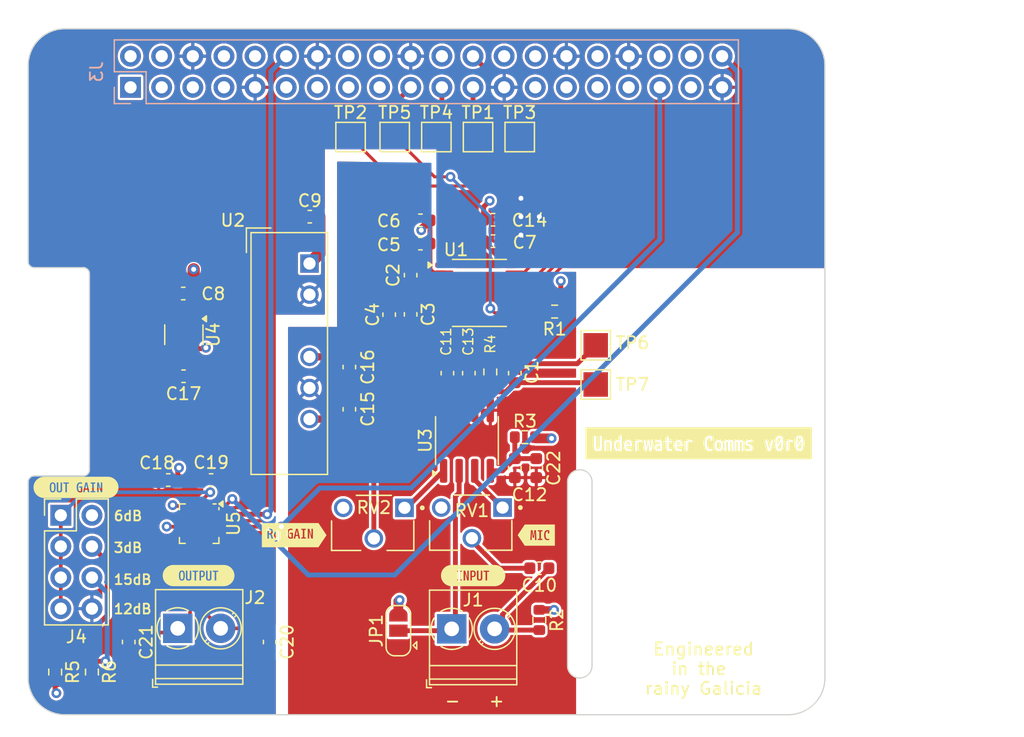
<source format=kicad_pcb>
(kicad_pcb (version 20240108) (generator "pcbnew") (generator_version "8.0")
  (layers (0 "F.Cu" signal) (1 "In1.Cu" signal) (2 "In2.Cu" signal) (31 "B.Cu" signal) (34 "B.Paste" user) (35 "F.Paste" user) (36 "B.SilkS" user "B.Silkscreen") (37 "F.SilkS" user "F.Silkscreen") (38 "B.Mask" user) (39 "F.Mask" user) (44 "Edge.Cuts" user))
  (net 0 "")
  (net 1 "Net-(C1-Pad1)")
  (net 2 "Net-(U1-AIN_P)")
  (net 3 "Net-(U1-REFIO)")
  (net 4 "GNDA")
  (net 5 "Net-(U1-REFCAP)")
  (net 6 "+5VA")
  (net 7 "VDD")
  (net 8 "VBUS")
  (net 9 "Net-(C10-Pad2)")
  (net 10 "Net-(J1-Pin_2)")
  (net 11 "Net-(U3-V+)")
  (net 12 "Net-(U3-V-)")
  (net 13 "-5VA")
  (net 14 "Net-(J2-Pin_2)")
  (net 15 "Net-(J2-Pin_1)")
  (net 16 "/GPIO6")
  (net 17 "/GPIO22")
  (net 18 "/GPIO12{slash}PWM0")
  (net 19 "/GPIO5")
  (net 20 "/GPIO17")
  (net 21 "I2S_LRCLK")
  (net 22 "/GPIO24")
  (net 23 "/GPIO26")
  (net 24 "GND")
  (net 25 "SPI_MOSI")
  (net 26 "+3V3")
  (net 27 "/GPIO4{slash}GPCLK0")
  (net 28 "/GPIO13{slash}PWM1")
  (net 29 "/GPIO7{slash}SPI0.CE1")
  (net 30 "SPI_CS")
  (net 31 "/GPIO25")
  (net 32 "/GPIO16")
  (net 33 "I2S_DOUT")
  (net 34 "/GPIO3{slash}SCL1")
  (net 35 "/GPIO14{slash}TXD0")
  (net 36 "I2S_BCLK")
  (net 37 "/GPIO23")
  (net 38 "SPI_MISO")
  (net 39 "/ID_SCL")
  (net 40 "/ID_SDA")
  (net 41 "SPI_CLK")
  (net 42 "/GPIO15{slash}RXD0")
  (net 43 "/GPIO2{slash}SDA1")
  (net 44 "/GPIO20{slash}PCM.DIN")
  (net 45 "/GPIO27")
  (net 46 "GAIN")
  (net 47 "Net-(J4-Pin_6)")
  (net 48 "Net-(U1-~{RST})")
  (net 49 "Net-(U3-+)")
  (net 51 "Net-(RV2-Pad2)")
  (net 53 "Net-(RV2-Pad1)")
  (net 59 "Net-(J4-Pin_4)")
  (net 60 "Net-(J1-Pin_1)")
  (net 61 "ADC_RVS")
  (footprint "Capacitor_SMD:C_0603_1608Metric" (layer "F.Cu") (at 233.75 97.025 -90)
    (property "Reference" "C22")
    (property "Value" "1uF")
  )
  (footprint "Resistor_SMD:R_0603_1608Metric" (layer "F.Cu") (at 235.25 84.25 180)
    (property "Reference" "R1")
    (property "Value" "100K")
  )
  (footprint "TestPoint:TestPoint_Pad_2.0x2.0mm" (layer "F.Cu") (at 222.2 70)
    (property "Reference" "TP5")
    (property "Value" "TestPoint")
  )
  (footprint "Capacitor_SMD:C_0603_1608Metric" (layer "F.Cu") (at 221.75 84.5 -90)
    (property "Reference" "C4")
    (property "Value" "1uF")
  )
  (footprint "Package_TO_SOT_SMD:SOT-23-5" (layer "F.Cu") (at 205 86.1375 -90)
    (property "Reference" "U4")
    (property "Value" "AP7380-33W5")
  )
  (footprint "Capacitor_SMD:C_0603_1608Metric" (layer "F.Cu") (at 218.5 92.225 90)
    (property "Reference" "C15")
    (property "Value" "10uF")
  )
  (footprint "Connector_PinHeader_2.54mm:PinHeader_2x04_P2.54mm_Vertical" (layer "F.Cu") (at 194.96 100.88)
    (property "Reference" "J4")
    (property "Value" "Gain_select")
  )
  (footprint "Package_DFN_QFN:TQFN-16-1EP_3x3mm_P0.5mm_EP1.23x1.23mm" (layer "F.Cu") (at 206.25 101.5625 -90)
    (property "Reference" "U5")
    (property "Value" "MAX98357A")
  )
  (footprint "Capacitor_SMD:C_0603_1608Metric" (layer "F.Cu") (at 230.225 76.75)
    (property "Reference" "C14")
    (property "Value" "1uF")
  )
  (footprint "TestPoint:TestPoint_Pad_2.0x2.0mm" (layer "F.Cu") (at 225.6 70)
    (property "Reference" "TP4")
    (property "Value" "TestPoint")
  )
  (footprint "Package_SO:TSSOP-16_4.4x5mm_P0.65mm" (layer "F.Cu") (at 229.1125 82.725)
    (property "Reference" "U1")
    (property "Value" "ADS8685IPWR")
  )
  (footprint "TerminalBlock_Phoenix:TerminalBlock_Phoenix_PT-1,5-2-3.5-H_1x02_P3.50mm_Horizontal" (layer "F.Cu") (at 226.85 110.15)
    (property "Reference" "J1")
    (property "Value" "Conn_01x02")
  )
  (footprint "Resistor_SMD:R_0603_1608Metric" (layer "F.Cu") (at 234 109.425 -90)
    (property "Reference" "R2")
    (property "Value" "2K2")
  )
  (footprint "kibuzzard-67BC9731" (layer "F.Cu") (at 214 102.5)
    (property "Reference" "kibuzzard-67BC9731" (hide yes))
    (property "Value" "G***" (hide yes))
  )
  (footprint "Capacitor_SMD:C_0603_1608Metric" (layer "F.Cu") (at 234 105.2 180)
    (property "Reference" "C10")
    (property "Value" "1uF")
  )
  (footprint "Resistor_SMD:R_0603_1608Metric" (layer "F.Cu") (at 194.5 113.675 -90)
    (property "Reference" "R5")
    (property "Value" "100K")
  )
  (footprint "Capacitor_SMD:C_0603_1608Metric" (layer "F.Cu") (at 212 111.225 -90)
    (property "Reference" "C20")
    (property "Value" "220pF")
  )
  (footprint "Capacitor_SMD:C_0603_1608Metric" (layer "F.Cu") (at 226.5 89.275 90)
    (property "Reference" "C11")
    (property "Value" "100nF")
  )
  (footprint "TestPoint:TestPoint_Pad_2.0x2.0mm" (layer "F.Cu") (at 232.4 70)
    (property "Reference" "TP3")
    (property "Value" "TestPoint")
  )
  (footprint "TestPoint:TestPoint_Pad_2.0x2.0mm" (layer "F.Cu") (at 238.6 87)
    (property "Reference" "TP6")
    (property "Value" "TestPoint")
  )
  (footprint "Resistor_SMD:R_0603_1608Metric" (layer "F.Cu") (at 232.825 94.5 180)
    (property "Reference" "R3")
    (property "Value" "10R")
  )
  (footprint "kibuzzard-67BC9758" (layer "F.Cu") (at 233.75 102.5)
    (property "Reference" "kibuzzard-67BC9758" (hide yes))
    (property "Value" "G***" (hide yes))
  )
  (footprint "kibuzzard-67BD956C" (layer "F.Cu") (at 196.2 98.6)
    (property "Reference" "kibuzzard-67BD956C" (hide yes))
    (property "Value" "G***" (hide yes))
  )
  (footprint "Capacitor_SMD:C_0603_1608Metric" (layer "F.Cu") (at 230.225 78.5)
    (property "Reference" "C7")
    (property "Value" "10uF")
  )
  (footprint "Capacitor_SMD:C_0603_1608Metric" (layer "F.Cu") (at 223.5 81.275 90)
    (property "Reference" "C2")
    (property "Value" "4.7uF")
  )
  (footprint "Capacitor_SMD:C_0603_1608Metric" (layer "F.Cu") (at 224.3 76.8 180)
    (property "Reference" "C6")
    (property "Value" "1uF")
  )
  (footprint "Capacitor_SMD:C_0603_1608Metric" (layer "F.Cu") (at 232 89.275 90)
    (property "Reference" "C1")
    (property "Value" "1uF")
  )
  (footprint "Capacitor_SMD:C_0603_1608Metric" (layer "F.Cu") (at 232 97.025 -90)
    (property "Reference" "C12")
    (property "Value" "100nF")
  )
  (footprint "Resistor_SMD:R_0603_1608Metric" (layer "F.Cu") (at 197.5 113.675 -90)
    (property "Reference" "R6")
    (property "Value" "100K")
  )
  (footprint "Capacitor_SMD:C_0603_1608Metric" (layer "F.Cu") (at 203.725 98 180)
    (property "Reference" "C18")
    (property "Value" "10uF")
  )
  (footprint "TestPoint:TestPoint_Pad_2.0x2.0mm" (layer "F.Cu") (at 238.6 90.2)
    (property "Reference" "TP7")
    (property "Value" "TestPoint")
  )
  (footprint "TestPoint:TestPoint_Pad_2.0x2.0mm" (layer "F.Cu") (at 229 70)
    (property "Reference" "TP1")
    (property "Value" "TestPoint")
  )
  (footprint "Resistor_SMD:R_0603_1608Metric" (layer "F.Cu") (at 230 89.175 -90)
    (property "Reference" "R4")
    (property "Value" "10R")
  )
  (footprint "kibuzzard-67B85FF2" (layer "F.Cu") (at 206.2 105.8)
    (property "Reference" "kibuzzard-67B85FF2" (hide yes))
    (property "Value" "G***" (hide yes))
  )
  (footprint "Jumper:SolderJumper-3_P1.3mm_Open_RoundedPad1.0x1.5mm" (layer "F.Cu") (at 222.5 110.3 90)
    (property "Reference" "JP1")
    (property "Value" "Jumper_3_Open")
  )
  (footprint "kibuzzard-67B86721" (layer "F.Cu") (at 228.6 105.8)
    (property "Reference" "kibuzzard-67B86721" (hide yes))
    (property "Value" "G***" (hide yes))
  )
  (footprint "Converter_DCDC:Converter_DCDC_TRACO_TBA1-xxxxE_Dual_THT" (layer "F.Cu") (at 215.25 80.325)
    (property "Reference" "U2")
    (property "Value" "MD112D-05B")
  )
  (footprint "footprints:TRIM_PV37W103C01B00" (layer "F.Cu") (at 228.5 101.48 180)
    (property "Reference" "RV1")
    (property "Value" "10K")
  )
  (footprint "Capacitor_SMD:C_0603_1608Metric" (layer "F.Cu") (at 204.95 82.775 180)
    (property "Reference" "C8")
    (property "Value" "1uF")
  )
  (footprint "Package_SO:SOIC-8_3.9x4.9mm_P1.27mm" (layer "F.Cu") (at 228.095 94.775 90)
    (property "Reference" "U3")
    (property "Value" "INA126")
  )
  (footprint "Capacitor_SMD:C_0603_1608Metric" (layer "F.Cu") (at 224.3 78.7 180)
    (property "Reference" "C5")
    (property "Value" "10uF")
  )
  (footprint "footprints:TRIM_PV37W103C01B00" (layer "F.Cu") (at 220.5 101.5 180)
    (property "Reference" "RV2")
    (property "Value" "10K")
  )
  (footprint "Capacitor_SMD:C_0603_1608Metric" (layer "F.Cu") (at 223.5 84.475 -90)
    (property "Reference" "C3")
    (property "Value" "10uF")
  )
  (footprint "Capacitor_SMD:C_0603_1608Metric" (layer "F.Cu") (at 228.25 89.275 90)
    (property "Reference" "C13")
    (property "Value" "1uF")
  )
  (footprint "Capacitor_SMD:C_0603_1608Metric" (layer "F.Cu") (at 200.5 111.225 -90)
    (property "Reference" "C21")
    (property "Value" "220pF")
  )
  (footprint "Capacitor_SMD:C_0603_1608Metric" (layer "F.Cu") (at 207.225 98)
    (property "Reference" "C19")
    (property "Value" "1uF")
  )
  (footprint "Capacitor_SMD:C_0603_1608Metric" (layer "F.Cu") (at 215.275 76.5 180)
    (property "Reference" "C9")
    (property "Value" "4.7uF")
  )
  (footprint "TestPoint:TestPoint_Pad_2.0x2.0mm" (layer "F.Cu") (at 218.6 70)
    (property "Reference" "TP2")
    (property "Value" "TestPoint")
  )
  (footprint "kibuzzard-67B869D1" (layer "F.Cu") (at 247 95)
    (property "Reference" "kibuzzard-67B869D1" (hide yes))
    (property "Value" "G***" (hide yes))
  )
  (footprint "TerminalBlock_Phoenix:TerminalBlock_Phoenix_PT-1,5-2-3.5-H_1x02_P3.50mm_Horizontal" (layer "F.Cu") (at 204.5 110.109)
    (property "Reference" "J2")
    (property "Value" "Conn_01x02")
  )
  (footprint "Capacitor_SMD:C_0603_1608Metric" (layer "F.Cu") (at 204.975 89.525 180)
    (property "Reference" "C17")
    (property "Value" "1uF")
  )
  (footprint "Capacitor_SMD:C_0603_1608Metric" (layer "F.Cu") (at 218.5 88.775 90)
    (property "Reference" "C16")
    (property "Value" "10uF")
  )
  (footprint "Connector_PinSocket_2.54mm:PinSocket_2x20_P2.54mm_Vertical" (layer "B.Cu") (at 200.65 65.94 -90)
    (property "Reference" "J3")
    (property "Value" "GPIO")
  )
  (gr_arc (start 196.8 80.66) (mid 197.153553 80.806447) (end 197.3 81.16) (stroke (width 0.1)) (layer "Edge.Cuts"))
  (gr_line (start 197.3 81.16) (end 197.3 97.16) (stroke (width 0.1)) (layer "Edge.Cuts"))
  (gr_arc (start 197.3 97.16) (mid 197.153553 97.513553) (end 196.8 97.66) (stroke (width 0.1)) (layer "Edge.Cuts"))
  (gr_arc (start 195.3 117.16) (mid 193.17868 116.28132) (end 192.3 114.16) (stroke (width 0.1)) (layer "Edge.Cuts"))
  (gr_arc (start 192.8 80.66) (mid 192.446447 80.513553) (end 192.3 80.16) (stroke (width 0.1)) (layer "Edge.Cuts"))
  (gr_line (start 192.8 80.66) (end 196.8 80.66) (stroke (width 0.1)) (layer "Edge.Cuts"))
  (gr_arc (start 238.3 113.16) (mid 237.3 114.16) (end 236.3 113.16) (stroke (width 0.1)) (layer "Edge.Cuts"))
  (gr_line (start 236.3 113.16) (end 236.3 98.16) (stroke (width 0.1)) (layer "Edge.Cuts"))
  (gr_arc (start 236.3 98.16) (mid 237.3 97.16) (end 238.3 98.16) (stroke (width 0.1)) (layer "Edge.Cuts"))
  (gr_arc (start 254.3 61.16) (mid 256.42132 62.03868) (end 257.3 64.16) (stroke (width 0.1)) (layer "Edge.Cuts"))
  (gr_arc (start 192.3 64.16) (mid 193.17868 62.03868) (end 195.3 61.16) (stroke (width 0.1)) (layer "Edge.Cuts"))
  (gr_line (start 257.3 114.16) (end 257.3 64.16) (stroke (width 0.1)) (layer "Edge.Cuts"))
  (gr_line (start 196.8 97.66) (end 192.8 97.66) (stroke (width 0.1)) (layer "Edge.Cuts"))
  (gr_line (start 192.3 98.16) (end 192.3 114.16) (stroke (width 0.1)) (layer "Edge.Cuts"))
  (gr_arc (start 192.3 98.16) (mid 192.446138 97.806755) (end 192.799127 97.660001) (stroke (width 0.1)) (layer "Edge.Cuts"))
  (gr_line (start 238.3 98.16) (end 238.3 113.16) (stroke (width 0.1)) (layer "Edge.Cuts"))
  (gr_line (start 192.3 64.16) (end 192.3 80.16) (stroke (width 0.1)) (layer "Edge.Cuts"))
  (gr_arc (start 257.3 114.16) (mid 256.42132 116.28132) (end 254.3 117.16) (stroke (width 0.1)) (layer "Edge.Cuts"))
  (gr_line (start 254.3 61.16) (end 195.3 61.16) (stroke (width 0.1)) (layer "Edge.Cuts"))
  (gr_line (start 195.3 117.16) (end 254.3 117.16) (stroke (width 0.1)) (layer "Edge.Cuts"))
  (gr_text "12dB" (at 199.2 109 0) (layer "F.SilkS") (effects (font (size 0.8 0.8)) (justify left bottom)))
  (gr_text "-" (at 226.2 116.6 0) (layer "F.SilkS") (effects (font (size 1 1)) (justify left bottom)))
  (gr_text "Engineered\nin the \nrainy Galicia" (at 247.4 115.6 0) (layer "F.SilkS") (effects (font (size 1 1)) (justify bottom)))
  (gr_text "6dB" (at 199.2 101.4 0) (layer "F.SilkS") (effects (font (size 0.8 0.8)) (justify left bottom)))
  (gr_text "15dB" (at 199.2 106.6 0) (layer "F.SilkS") (effects (font (size 0.8 0.8)) (justify left bottom)))
  (gr_text "3dB" (at 199.2 104 0) (layer "F.SilkS") (effects (font (size 0.8 0.8)) (justify left bottom)))
  (gr_text "+" (at 229.8 116.6 0) (layer "F.SilkS") (effects (font (size 1 1)) (justify left bottom)))
  (segment (start 232 90.05) (end 238.45 90.05) (width 0.4) (layer "F.Cu") (net 1))
  (segment (start 229.255001 90.8) (end 231.25 90.8) (width 0.4) (layer "F.Cu") (net 1))
  (segment (start 231.25 90.8) (end 232 90.05) (width 0.4) (layer "F.Cu") (net 1))
  (segment (start 228.73 92.3) (end 228.73 91.325001) (width 0.4) (layer "F.Cu") (net 1))
  (segment (start 228.73 91.325001) (end 229.255001 90.8) (width 0.4) (layer "F.Cu") (net 1))
  (segment (start 238.45 90.05) (end 238.6 90.2) (width 0.4) (layer "F.Cu") (net 1))
  (segment (start 226.25 84.35) (end 227.85 84.35) (width 0.4) (layer "F.Cu") (net 2))
  (segment (start 227.85 84.35) (end 232 88.5) (width 0.4) (layer "F.Cu") (net 2))
  (segment (start 237.1 88.5) (end 238.6 87) (width 0.4) (layer "F.Cu") (net 2))
  (segment (start 232 88.5) (end 237.1 88.5) (width 0.4) (layer "F.Cu") (net 2))
  (segment (start 226.25 82.4) (end 223.85 82.4) (width 0.4) (layer "F.Cu") (net 3))
  (segment (start 223.85 82.4) (end 223.5 82.05) (width 0.4) (layer "F.Cu") (net 3))
  (segment (start 226.25 83.7) (end 223.5 83.7) (width 0.4) (layer "F.Cu") (net 5))
  (segment (start 221.75 83.725) (end 223.475 83.725) (width 0.4) (layer "F.Cu") (net 5))
  (segment (start 223.475 83.725) (end 223.5 83.7) (width 0.4) (layer "F.Cu") (net 5))
  (segment (start 225.352622 81.1) (end 226.25 81.1) (width 0.4) (layer "F.Cu") (net 6))
  (segment (start 229.11005 87.5) (end 229.96005 88.35) (width 0.6) (layer "F.Cu") (net 6))
  (segment (start 224 87.5) (end 229.11005 87.5) (width 0.6) (layer "F.Cu") (net 6))
  (segment (start 224.367083 77.507917) (end 225.075 76.8) (width 0.6) (layer "F.Cu") (net 6))
  (segment (start 225.075 76.8) (end 225.075 78.7) (width 0.4) (layer "F.Cu") (net 6))
  (segment (start 235.2 108.6) (end 234 108.6) (width 0.6) (layer "F.Cu") (net 6))
  (segment (start 218.5 93) (end 224 87.5) (width 0.6) (layer "F.Cu") (net 6))
  (segment (start 225.075 78.7) (end 225.075 80.822378) (width 0.4) (layer "F.Cu") (net 6))
  (segment (start 218.475 93.025) (end 218.5 93) (width 0.6) (layer "F.Cu") (net 6))
  (segment (start 229.96005 88.35) (end 230 88.35) (width 0.6) (layer "F.Cu") (net 6))
  (segment (start 215.25 93.025) (end 218.475 93.025) (width 0.6) (layer "F.Cu") (net 6))
  (segment (start 225.075 80.822378) (end 225.352622 81.1) (width 0.4) (layer "F.Cu") (net 6))
  (segment (start 224.367083 77.603493) (end 224.367083 77.507917) (width 0.6) (layer "F.Cu") (net 6))
  (via (at 224.367083 77.603493) (size 0.8) (drill 0.4) (layers "F.Cu" "B.Cu") (net 6))
  (via (at 235.2 108.6) (size 0.8) (drill 0.4) (layers "F.Cu" "B.Cu") (net 6))
  (segment (start 205.5 100.125) (end 204.16359 100.125) (width 0.3) (layer "F.Cu") (net 7))
  (segment (start 206.725 87.275) (end 206.8 87.2) (width 0.4) (layer "F.Cu") (net 7))
  (segment (start 229.45 76.75) (end 229.45 75.7) (width 0.4) (layer "F.Cu") (net 7))
  (segment (start 204.8125 101.8125) (end 203.6125 101.8125) (width 0.3) (layer "F.Cu") (net 7))
  (segment (start 204.5 97.1) (end 204.6 97) (width 0.4) (layer "F.Cu") (net 7))
  (segment (start 204.8125 102.3125) (end 204.8125 101.8125) (width 0.3) (layer "F.Cu") (net 7))
  (segment (start 204.5 98) (end 204.5 97.1) (width 0.4) (layer "F.Cu") (net 7))
  (segment (start 203.6125 101.8125) (end 203.6 101.8) (width 0.3) (layer "F.Cu") (net 7))
  (segment (start 194.5 114.5) (end 194.5 115.3) (width 0.4) (layer "F.Cu") (net 7))
  (segment (start 204.16359 100.125) (end 204.08859 100.05) (width 0.3) (layer "F.Cu") (net 7))
  (segment (start 205.95 87.275) (end 206.725 87.275) (width 0.4) (layer "F.Cu") (net 7))
  (segment (start 229.45 76.75) (end 229.45 78.5) (width 0.4) (layer "F.Cu") (net 7))
  (segment (start 205.95 87.275) (end 205.95 89.325) (width 0.4) (layer "F.Cu") (net 7))
  (segment (start 236.075 84.25) (end 235.75 83.925) (width 0.4) (layer "F.Cu") (net 7))
  (segment (start 229.45 75.7) (end 229.95 75.2) (width 0.4) (layer "F.Cu") (net 7))
  (segment (start 231.975 80.45) (end 231.4 80.45) (width 0.5) (layer "F.Cu") (net 7))
  (segment (start 235.75 83.925) (end 235.75 81.75) (width 0.4) (layer "F.Cu") (net 7))
  (segment (start 194.5 115.3) (end 194.6 115.4) (width 0.4) (layer "F.Cu") (net 7))
  (segment (start 231.4 80.45) (end 229.45 78.5) (width 0.5) (layer "F.Cu") (net 7))
  (segment (start 206.45 98) (end 204.5 98) (width 0.4) (layer "F.Cu") (net 7))
  (segment (start 205.95 89.325) (end 205.75 89.525) (width 0.4) (layer "F.Cu") (net 7))
  (via (at 203.6 101.8) (size 0.8) (drill 0.4) (layers "F.Cu" "B.Cu") (net 7))
  (via (at 229.95 75.2) (size 0.8) (drill 0.4) (layers "F.Cu" "B.Cu") (net 7))
  (via (at 235.75 81.75) (size 0.8) (drill 0.4) (layers "F.Cu" "B.Cu") (net 7))
  (via (at 194.6 115.4) (size 0.8) (drill 0.4) (layers "F.Cu" "B.Cu") (net 7))
  (via (at 204.08859 100.05) (size 0.8) (drill 0.4) (layers "F.Cu" "B.Cu") (net 7))
  (via (at 204.6 97) (size 0.8) (drill 0.4) (layers "F.Cu" "B.Cu") (net 7))
  (via (at 206.8 87.2) (size 0.8) (drill 0.4) (layers "F.Cu" "B.Cu") (net 7))
  (segment (start 205.8 82.7) (end 205.725 82.775) (width 1) (layer "F.Cu") (net 8))
  (segment (start 205.8 80.8) (end 205.8 82.7) (width 1) (layer "F.Cu") (net 8))
  (segment (start 204.607054 86.219553) (end 205.419553 86.219553) (width 0.6) (layer "F.Cu") (net 8))
  (segment (start 204.05 85) (end 204.05 85.662499) (width 0.6) (layer "F.Cu") (net 8))
  (segment (start 216.05 79.525) (end 216.05 76.5) (width 1) (layer "F.Cu") (net 8))
  (segment (start 205.419553 86.219553) (end 205.95 85.689106) (width 0.6) (layer "F.Cu") (net 8))
  (segment (start 205.95 85) (end 205.95 83) (width 0.6) (layer "F.Cu") (net 8))
  (segment (start 215.25 80.325) (end 216.05 79.525) (width 1) (layer "F.Cu") (net 8))
  (segment (start 205.95 85.689106) (end 205.95 85) (width 0.6) (layer "F.Cu") (net 8))
  (segment (start 204.05 85.662499) (end 204.607054 86.219553) (width 0.6) (layer "F.Cu") (net 8))
  (segment (start 205.95 83) (end 205.725 82.775) (width 0.6) (layer "F.Cu") (net 8))
  (via (at 205.8 80.8) (size 0.8) (drill 0.4) (layers "F.Cu" "B.Cu") (net 8))
  (segment (start 228.5 102.975) (end 230.725 105.2) (width 0.4) (layer "F.Cu") (net 9))
  (segment (start 228.5 102.75) (end 228.5 102.975) (width 0.4) (layer "F.Cu") (net 9))
  (segment (start 230.725 105.2) (end 233.225 105.2) (width 0.4) (layer "F.Cu") (net 9))
  (segment (start 231 109.5) (end 230.35 110.15) (width 0.4) (layer "F.Cu") (net 10))
  (segment (start 230.45 110.25) (end 230.35 110.15) (width 0.4) (layer "F.Cu") (net 10))
  (segment (start 231 108.975) (end 231 109.5) (width 0.4) (layer "F.Cu") (net 10))
  (segment (start 234.775 105.2) (end 231 108.975) (width 0.4) (layer "F.Cu") (net 10))
  (segment (start 234 110.25) (end 230.45 110.25) (width 0.4) (layer "F.Cu") (net 10))
  (segment (start 228.25 90.05) (end 229.95 90.05) (width 0.4) (layer "F.Cu") (net 11))
  (segment (start 227.46 92.3) (end 227.46 90.84) (width 0.4) (layer "F.Cu") (net 11))
  (segment (start 226.5 90.05) (end 228.25 90.05) (width 0.4) (layer "F.Cu") (net 11))
  (segment (start 227.46 90.84) (end 228.25 90.05) (width 0.4) (layer "F.Cu") (net 11))
  (segment (start 229.95 90.05) (end 230 90) (width 0.4) (layer "F.Cu") (net 11))
  (segment (start 230 97.25) (end 231 97.25) (width 0.4) (layer "F.Cu") (net 12))
  (segment (start 231 97.25) (end 232 96.25) (width 0.4) (layer "F.Cu") (net 12))
  (segment (start 233.75 96.25) (end 232 96.25) (width 0.4) (layer "F.Cu") (net 12))
  (segment (start 232 94.5) (end 232 96.25) (width 0.4) (layer "F.Cu") (net 12))
  (segment (start 222.5 107.9) (end 222.6 107.8) (width 0.8) (layer "F.Cu") (net 13))
  (segment (start 215.25 87.945) (end 218.445 87.945) (width 0.6) (layer "F.Cu") (net 13))
  (segment (start 222.5 109) (end 222.5 107.9) (width 0.8) (layer "F.Cu") (net 13))
  (segment (start 235 94.6) (end 233.75 94.6) (width 0.8) (layer "F.Cu") (net 13))
  (segment (start 218.445 87.945) (end 218.5 88) (width 0.6) (layer "F.Cu") (net 13))
  (segment (start 233.75 94.6) (end 233.65 94.5) (width 0.8) (layer "F.Cu") (net 13))
  (via (at 222.6 107.8) (size 0.8) (drill 0.4) (layers "F.Cu" "B.Cu") (net 13))
  (via (at 235 94.6) (size 0.8) (drill 0.4) (layers "F.Cu" "B.Cu") (net 13))
  (segment (start 211.659 110.109) (end 212 110.45) (width 0.3) (layer "F.Cu") (net 14))
  (segment (start 206 103) (end 206 108.109) (width 0.3) (layer "F.Cu") (net 14))
  (segment (start 206 108.109) (end 208 110.109) (width 0.3) (layer "F.Cu") (net 14))
  (segment (start 208 110.109) (end 211.659 110.109) (width 0.3) (layer "F.Cu") (net 14))
  (segment (start 204.159 110.45) (end 204.5 110.109) (width 0.3) (layer "F.Cu") (net 15))
  (segment (start 200.5 110.45) (end 204.159 110.45) (width 0.3) (layer "F.Cu") (net 15))
  (segment (start 205.5 109.109) (end 204.5 110.109) (width 0.3) (layer "F.Cu") (net 15))
  (segment (start 205.5 103) (end 205.5 109.109) (width 0.3) (layer "F.Cu") (net 15))
  (segment (start 207.6875 101.8125) (end 212.9375 101.8125) (width 0.3) (layer "F.Cu") (net 21))
  (segment (start 212.9375 101.8125) (end 212.95 101.8) (width 0.3) (layer "F.Cu") (net 21))
  (via (at 212.95 101.8) (size 0.8) (drill 0.4) (layers "F.Cu" "B.Cu") (net 21))
  (segment (start 223.55 98.65) (end 243.83 78.37) (width 0.4) (layer "B.Cu") (net 21))
  (segment (start 223.55 98.65) (end 216.1 98.65) (width 0.4) (layer "B.Cu") (net 21))
  (segment (start 216.1 98.65) (end 212.95 101.8) (width 0.4) (layer "B.Cu") (net 21))
  (segment (start 243.83 65.94) (end 243.83 78.37) (width 0.4) (layer "B.Cu") (net 21))
  (via (at 232.5 78) (size 0.8) (drill 0.4) (layers "F.Cu" "B.Cu") (net 24))
  (via (at 232.5 75) (size 0.8) (drill 0.4) (layers "F.Cu" "B.Cu") (net 24))
  (via (at 232.5 76.5) (size 0.8) (drill 0.4) (layers "F.Cu" "B.Cu") (net 24))
  (via (at 234 76.5) (size 0.8) (drill 0.4) (layers "F.Cu" "B.Cu") (net 24))
  (segment (start 226.75 73.25) (end 225.45 73.25) (width 0.25) (layer "F.Cu") (net 25))
  (segment (start 231.975 84.35) (end 230.35 84.35) (width 0.25) (layer "F.Cu") (net 25))
  (segment (start 230.35 84.35) (end 230 84) (width 0.25) (layer "F.Cu") (net 25))
  (segment (start 222.2 67.25) (end 222.2 70) (width 0.4) (layer "F.Cu") (net 25))
  (segment (start 223.51 65.94) (end 222.2 67.25) (width 0.4) (layer "F.Cu") (net 25))
  (segment (start 225.45 73.25) (end 222.2 70) (width 0.25) (layer "F.Cu") (net 25))
  (via (at 230 84) (size 0.8) (drill 0.4) (layers "F.Cu" "B.Cu") (net 25))
  (via (at 226.75 73.25) (size 0.8) (drill 0.4) (layers "F.Cu" "B.Cu") (net 25))
  (segment (start 230 76.5) (end 226.75 73.25) (width 0.25) (layer "B.Cu") (net 25))
  (segment (start 230 84) (end 230 76.5) (width 0.25) (layer "B.Cu") (net 25))
  (segment (start 228.59 63.4) (end 229.84 64.65) (width 0.4) (layer "F.Cu") (net 30))
  (segment (start 236.25 73.85) (end 232.4 70) (width 0.25) (layer "F.Cu") (net 30))
  (segment (start 229.84 64.65) (end 229.84 67.44) (width 0.4) (layer "F.Cu") (net 30))
  (segment (start 236.25 80.162499) (end 236.25 73.85) (width 0.25) (layer "F.Cu") (net 30))
  (segment (start 232.712499 83.7) (end 236.25 80.162499) (width 0.25) (layer "F.Cu") (net 30))
  (segment (start 229.84 67.44) (end 232.4 70) (width 0.4) (layer "F.Cu") (net 30))
  (segment (start 231.975 83.7) (end 232.712499 83.7) (width 0.25) (layer "F.Cu") (net 30))
  (segment (start 207 100.125) (end 208.375 100.125) (width 0.3) (layer "F.Cu") (net 33))
  (segment (start 208.375 100.125) (end 208.95 99.55) (width 0.3) (layer "F.Cu") (net 33))
  (via (at 208.95 99.55) (size 0.8) (drill 0.4) (layers "F.Cu" "B.Cu") (net 33))
  (segment (start 250.16 77.79) (end 222.2 105.75) (width 0.4) (layer "B.Cu") (net 33))
  (segment (start 250.16 64.65) (end 250.16 77.79) (width 0.4) (layer "B.Cu") (net 33))
  (segment (start 248.91 63.4) (end 250.16 64.65) (width 0.4) (layer "B.Cu") (net 33))
  (segment (start 215.15 105.75) (end 208.95 99.55) (width 0.4) (layer "B.Cu") (net 33))
  (segment (start 222.2 105.75) (end 215.15 105.75) (width 0.4) (layer "B.Cu") (net 33))
  (segment (start 211.8 100.8) (end 211 100.8) (width 0.4) (layer "F.Cu") (net 36))
  (segment (start 210.9875 100.7875) (end 207.6875 100.7875) (width 0.4) (layer "F.Cu") (net 36))
  (segment (start 211 100.8) (end 210.9875 100.7875) (width 0.4) (layer "F.Cu") (net 36))
  (via (at 211.8 100.8) (size 0.8) (drill 0.4) (layers "F.Cu" "B.Cu") (net 36))
  (segment (start 212.1 64.65) (end 212.1 100.5) (width 0.4) (layer "B.Cu") (net 36))
  (segment (start 212.1 100.5) (end 211.8 100.8) (width 0.4) (layer "B.Cu") (net 36))
  (segment (start 213.35 63.4) (end 212.1 64.65) (width 0.4) (layer "B.Cu") (net 36))
  (segment (start 233.5 73.5) (end 229.1 73.5) (width 0.25) (layer "F.Cu") (net 38))
  (segment (start 226.05 69.55) (end 225.6 70) (width 0.4) (layer "F.Cu") (net 38))
  (segment (start 229.1 73.5) (end 225.6 70) (width 0.25) (layer "F.Cu") (net 38))
  (segment (start 235.25 75.25) (end 233.5 73.5) (width 0.25) (layer "F.Cu") (net 38))
  (segment (start 232.712499 82.4) (end 235.25 79.862499) (width 0.25) (layer "F.Cu") (net 38))
  (segment (start 231.975 82.4) (end 232.712499 82.4) (width 0.25) (layer "F.Cu") (net 38))
  (segment (start 226.05 65.94) (end 226.05 69.55) (width 0.4) (layer "F.Cu") (net 38))
  (segment (start 235.25 79.862499) (end 235.25 75.25) (width 0.25) (layer "F.Cu") (net 38))
  (segment (start 228.59 65.94) (end 228.59 69.59) (width 0.4) (layer "F.Cu") (net 41))
  (segment (start 228.59 69.59) (end 229 70) (width 0.4) (layer "F.Cu") (net 41))
  (segment (start 233.75 73) (end 232 73) (width 0.25) (layer "F.Cu") (net 41))
  (segment (start 235.75 79.998895) (end 235.75 75) (width 0.25) (layer "F.Cu") (net 41))
  (segment (start 235.75 75) (end 233.75 73) (width 0.25) (layer "F.Cu") (net 41))
  (segment (start 232.698895 83.05) (end 235.75 79.998895) (width 0.25) (layer "F.Cu") (net 41))
  (segment (start 231.975 83.05) (end 232.698895 83.05) (width 0.25) (layer "F.Cu") (net 41))
  (segment (start 232 73) (end 229 70) (width 0.25) (layer "F.Cu") (net 41))
  (segment (start 206.5 99.627404) (end 207.127404 99) (width 0.3) (layer "F.Cu") (net 46))
  (segment (start 207.127404 99) (end 207.15 99) (width 0.3) (layer "F.Cu") (net 46))
  (segment (start 206.5 100.125) (end 206.5 99.627404) (width 0.3) (layer "F.Cu") (net 46))
  (segment (start 194.96 100.88) (end 194.96 103.42) (width 0.3) (layer "F.Cu") (net 46))
  (segment (start 194.96 103.42) (end 194.96 105.96) (width 0.3) (layer "F.Cu") (net 46))
  (segment (start 194.96 105.96) (end 194.96 108.5) (width 0.3) (layer "F.Cu") (net 46))
  (via (at 207.15 99) (size 0.8) (drill 0.4) (layers "F.Cu" "B.Cu") (net 46))
  (segment (start 196.84 99) (end 207.15 99) (width 0.3) (layer "B.Cu") (net 46))
  (segment (start 194.96 100.88) (end 196.84 99) (width 0.3) (layer "B.Cu") (net 46))
  (segment (start 198.6 112.8) (end 197.55 112.8) (width 0.4) (layer "F.Cu") (net 47))
  (segment (start 197.55 112.8) (end 197.5 112.85) (width 0.4) (layer "F.Cu") (net 47))
  (via (at 198.6 112.8) (size 0.8) (drill 0.4) (layers "F.Cu" "B.Cu") (net 47))
  (segment (start 197.5 105.96) (end 198.75 107.21) (width 0.4) (layer "B.Cu") (net 47))
  (segment (start 198.75 107.21) (end 198.75 112.65) (width 0.4) (layer "B.Cu") (net 47))
  (segment (start 198.75 112.65) (end 198.6 112.8) (width 0.4) (layer "B.Cu") (net 47))
  (segment (start 231.975 85) (end 233.675 85) (width 0.4) (layer "F.Cu") (net 48))
  (segment (start 233.675 85) (end 234.425 84.25) (width 0.4) (layer "F.Cu") (net 48))
  (segment (start 228.73 97.98) (end 231 100.25) (width 0.4) (layer "F.Cu") (net 49))
  (segment (start 228.73 97.25) (end 228.73 97.98) (width 0.4) (layer "F.Cu") (net 49))
  (segment (start 220.5 97.99) (end 226.19 92.3) (width 0.4) (layer "F.Cu") (net 51))
  (segment (start 220.5 102.77) (end 220.5 97.99) (width 0.4) (layer "F.Cu") (net 51))
  (segment (start 223.17 100.27) (end 226.19 97.25) (width 0.4) (layer "F.Cu") (net 53))
  (segment (start 223 100.27) (end 223.17 100.27) (width 0.4) (layer "F.Cu") (net 53))
  (segment (start 197.5 103.42) (end 198.75 104.67) (width 0.4) (layer "F.Cu") (net 59))
  (segment (start 198.75 109.05) (end 194.95 112.85) (width 0.4) (layer "F.Cu") (net 59))
  (segment (start 198.75 104.67) (end 198.75 109.05) (width 0.4) (layer "F.Cu") (net 59))
  (segment (start 194.95 112.85) (end 194.5 112.85) (width 0.4) (layer "F.Cu") (net 59))
  (segment (start 226.7 110.3) (end 226.85 110.15) (width 0.4) (layer "F.Cu") (net 60))
  (segment (start 222.5 110.3) (end 226.7 110.3) (width 0.4) (layer "F.Cu") (net 60))
  (segment (start 227.154 109.846) (end 227.154 99.346) (width 0.4) (layer "F.Cu") (net 60))
  (segment (start 227.46 99.04) (end 227.46 97.25) (width 0.4) (layer "F.Cu") (net 60))
  (segment (start 227.154 99.346) (end 227.46 99.04) (width 0.4) (layer "F.Cu") (net 60))
  (segment (start 226.85 110.15) (end 227.154 109.846) (width 0.4) (layer "F.Cu") (net 60))
  (segment (start 222.6 74) (end 218.6 70) (width 0.25) (layer "F.Cu") (net 61))
  (segment (start 232.712499 81.1) (end 234.8 79.012499) (width 0.25) (layer "F.Cu") (net 61))
  (segment (start 234.8 75.55) (end 233.25 74) (width 0.25) (layer "F.Cu") (net 61))
  (segment (start 233.25 74) (end 222.6 74) (width 0.25) (layer "F.Cu") (net 61))
  (segment (start 231.975 81.1) (end 232.712499 81.1) (width 0.25) (layer "F.Cu") (net 61))
  (segment (start 234.8 79.012499) (end 234.8 75.55) (width 0.25) (layer "F.Cu") (net 61))
  (zone (net 4) (net_name "GNDA") (layers "F.Cu" "In1.Cu" "B.Cu") (connect_pads (clearance 0.128)) (min_thickness 0.128) (fill yes (thermal_gap 0.256) (thermal_bridge_width 0.256))
    (polygon (pts (xy 217.5 85.5) (xy 217.5 72) (xy 225.2 72.1) (xy 225.2 81) (xy 237 81) (xy 237 117.5) (xy 213.5 117.5) (xy 213.5 85.5)))
  )
  (zone (net 24) (net_name "GND") (layers "F.Cu" "In1.Cu" "B.Cu") (priority 1) (connect_pads (clearance 0.128)) (min_thickness 0.128) (fill yes (thermal_gap 0.256) (thermal_bridge_width 0.256))
    (polygon (pts (xy 216.5 84.5) (xy 216.5 71) (xy 225.6 71) (xy 225.6 80.7) (xy 258.4 80.7) (xy 258.5 59.5) (xy 191 59.5) (xy 191 118) (xy 212.5 118) (xy 212.5 84.5)))
  )
)
</source>
